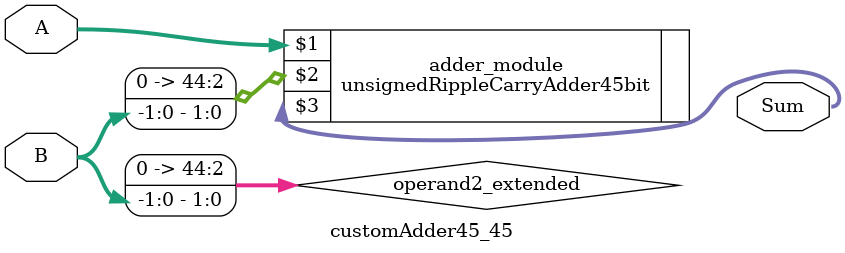
<source format=v>
module customAdder45_45(
                        input [44 : 0] A,
                        input [-1 : 0] B,
                        
                        output [45 : 0] Sum
                );

        wire [44 : 0] operand2_extended;
        
        assign operand2_extended =  {45'b0, B};
        
        unsignedRippleCarryAdder45bit adder_module(
            A,
            operand2_extended,
            Sum
        );
        
        endmodule
        
</source>
